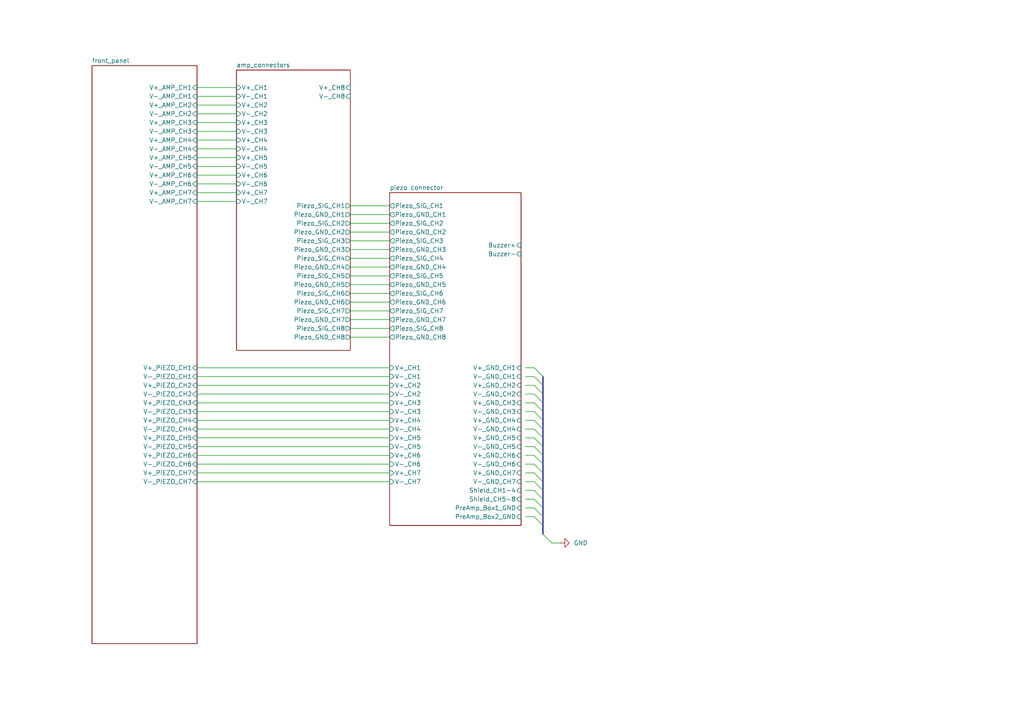
<source format=kicad_sch>
(kicad_sch
	(version 20231120)
	(generator "eeschema")
	(generator_version "8.0")
	(uuid "b2bf96dd-c53b-4c67-a44e-e13de2f06829")
	(paper "A4")
	(lib_symbols
		(symbol "power:GND"
			(power)
			(pin_numbers hide)
			(pin_names
				(offset 0) hide)
			(exclude_from_sim no)
			(in_bom yes)
			(on_board yes)
			(property "Reference" "#PWR"
				(at 0 -6.35 0)
				(effects
					(font
						(size 1.27 1.27)
					)
					(hide yes)
				)
			)
			(property "Value" "GND"
				(at 0 -3.81 0)
				(effects
					(font
						(size 1.27 1.27)
					)
				)
			)
			(property "Footprint" ""
				(at 0 0 0)
				(effects
					(font
						(size 1.27 1.27)
					)
					(hide yes)
				)
			)
			(property "Datasheet" ""
				(at 0 0 0)
				(effects
					(font
						(size 1.27 1.27)
					)
					(hide yes)
				)
			)
			(property "Description" "Power symbol creates a global label with name \"GND\" , ground"
				(at 0 0 0)
				(effects
					(font
						(size 1.27 1.27)
					)
					(hide yes)
				)
			)
			(property "ki_keywords" "global power"
				(at 0 0 0)
				(effects
					(font
						(size 1.27 1.27)
					)
					(hide yes)
				)
			)
			(symbol "GND_0_1"
				(polyline
					(pts
						(xy 0 0) (xy 0 -1.27) (xy 1.27 -1.27) (xy 0 -2.54) (xy -1.27 -1.27) (xy 0 -1.27)
					)
					(stroke
						(width 0)
						(type default)
					)
					(fill
						(type none)
					)
				)
			)
			(symbol "GND_1_1"
				(pin power_in line
					(at 0 0 270)
					(length 0)
					(name "~"
						(effects
							(font
								(size 1.27 1.27)
							)
						)
					)
					(number "1"
						(effects
							(font
								(size 1.27 1.27)
							)
						)
					)
				)
			)
		)
	)
	(bus_entry
		(at 154.94 147.32)
		(size 2.54 2.54)
		(stroke
			(width 0)
			(type default)
		)
		(uuid "1b4428b5-6a93-4ed7-ac2c-3b9b6d97a17b")
	)
	(bus_entry
		(at 157.48 154.94)
		(size 2.54 2.54)
		(stroke
			(width 0)
			(type default)
		)
		(uuid "1cf44231-cbc9-4d9e-a8e5-d62175d80b4d")
	)
	(bus_entry
		(at 154.94 106.68)
		(size 2.54 2.54)
		(stroke
			(width 0)
			(type default)
		)
		(uuid "26bcff4b-e889-4293-b241-33a2a51526c3")
	)
	(bus_entry
		(at 154.94 121.92)
		(size 2.54 2.54)
		(stroke
			(width 0)
			(type default)
		)
		(uuid "3e240b6f-da87-4952-9922-3c9db18a7534")
	)
	(bus_entry
		(at 154.94 137.16)
		(size 2.54 2.54)
		(stroke
			(width 0)
			(type default)
		)
		(uuid "5b34e1a6-6aca-41d1-a09e-67d20e90acbd")
	)
	(bus_entry
		(at 154.94 111.76)
		(size 2.54 2.54)
		(stroke
			(width 0)
			(type default)
		)
		(uuid "6e1b1ebc-2173-4c3e-a40f-49a0c310b04a")
	)
	(bus_entry
		(at 154.94 119.38)
		(size 2.54 2.54)
		(stroke
			(width 0)
			(type default)
		)
		(uuid "6f581c6f-f76d-4ae5-bd34-5b4513322deb")
	)
	(bus_entry
		(at 154.94 132.08)
		(size 2.54 2.54)
		(stroke
			(width 0)
			(type default)
		)
		(uuid "76409b37-3c04-463c-8ec6-1d998078394d")
	)
	(bus_entry
		(at 154.94 139.7)
		(size 2.54 2.54)
		(stroke
			(width 0)
			(type default)
		)
		(uuid "7b01e03a-a67b-4db6-bc1a-5278b354a7ef")
	)
	(bus_entry
		(at 154.94 144.78)
		(size 2.54 2.54)
		(stroke
			(width 0)
			(type default)
		)
		(uuid "878e4e2d-9c03-426f-ab50-de1fea3c8fe6")
	)
	(bus_entry
		(at 154.94 127)
		(size 2.54 2.54)
		(stroke
			(width 0)
			(type default)
		)
		(uuid "8f0b546e-8092-4682-b653-2af49ab83d23")
	)
	(bus_entry
		(at 154.94 109.22)
		(size 2.54 2.54)
		(stroke
			(width 0)
			(type default)
		)
		(uuid "9d3fc6e1-6c87-4183-8e55-cdd7e5a2b717")
	)
	(bus_entry
		(at 154.94 129.54)
		(size 2.54 2.54)
		(stroke
			(width 0)
			(type default)
		)
		(uuid "a4598360-83b4-45dd-884e-5a216d74c3de")
	)
	(bus_entry
		(at 154.94 124.46)
		(size 2.54 2.54)
		(stroke
			(width 0)
			(type default)
		)
		(uuid "b8b2c5eb-de2b-408e-abff-483adba5c640")
	)
	(bus_entry
		(at 154.94 114.3)
		(size 2.54 2.54)
		(stroke
			(width 0)
			(type default)
		)
		(uuid "b947e29c-77d7-4240-bb59-8c7a0697c874")
	)
	(bus_entry
		(at 154.94 149.86)
		(size 2.54 2.54)
		(stroke
			(width 0)
			(type default)
		)
		(uuid "bf1bd74e-4496-4d3e-bdb9-d1d373938e43")
	)
	(bus_entry
		(at 154.94 134.62)
		(size 2.54 2.54)
		(stroke
			(width 0)
			(type default)
		)
		(uuid "c652c15b-7c97-4609-aefc-0ec1456dc571")
	)
	(bus_entry
		(at 154.94 116.84)
		(size 2.54 2.54)
		(stroke
			(width 0)
			(type default)
		)
		(uuid "f4a46473-fa46-4625-98c3-37466841c2a5")
	)
	(bus_entry
		(at 154.94 142.24)
		(size 2.54 2.54)
		(stroke
			(width 0)
			(type default)
		)
		(uuid "f714b508-7aa6-4d88-a259-82846e2c4808")
	)
	(wire
		(pts
			(xy 101.6 67.31) (xy 113.03 67.31)
		)
		(stroke
			(width 0)
			(type default)
		)
		(uuid "005d42e2-7c23-4066-ae17-9d91b44c1f5e")
	)
	(bus
		(pts
			(xy 157.48 147.32) (xy 157.48 149.86)
		)
		(stroke
			(width 0)
			(type default)
		)
		(uuid "015a71ab-5576-406c-ab65-8175d79bd062")
	)
	(wire
		(pts
			(xy 57.15 109.22) (xy 113.03 109.22)
		)
		(stroke
			(width 0)
			(type default)
		)
		(uuid "0588ab94-fff4-4cd1-a5ad-dc2af882a29b")
	)
	(wire
		(pts
			(xy 57.15 139.7) (xy 113.03 139.7)
		)
		(stroke
			(width 0)
			(type default)
		)
		(uuid "0624ea87-d362-4a8b-af1a-5489a60e5f74")
	)
	(bus
		(pts
			(xy 157.48 149.86) (xy 157.48 152.4)
		)
		(stroke
			(width 0)
			(type default)
		)
		(uuid "12a2fd0d-f5ea-4787-a4c9-d516db1d65a5")
	)
	(bus
		(pts
			(xy 157.48 129.54) (xy 157.48 132.08)
		)
		(stroke
			(width 0)
			(type default)
		)
		(uuid "1ac4f9f0-70a2-4007-8891-6b3c8c71a2ef")
	)
	(wire
		(pts
			(xy 101.6 62.23) (xy 113.03 62.23)
		)
		(stroke
			(width 0)
			(type default)
		)
		(uuid "1f60beae-a11e-4291-ab94-f85fd764272c")
	)
	(wire
		(pts
			(xy 101.6 95.25) (xy 113.03 95.25)
		)
		(stroke
			(width 0)
			(type default)
		)
		(uuid "2441edab-2fc3-46de-a001-6b2ba1715bb1")
	)
	(wire
		(pts
			(xy 57.15 106.68) (xy 113.03 106.68)
		)
		(stroke
			(width 0)
			(type default)
		)
		(uuid "24703ce8-de47-4fa0-9e98-b2bd5820cbb4")
	)
	(wire
		(pts
			(xy 101.6 77.47) (xy 113.03 77.47)
		)
		(stroke
			(width 0)
			(type default)
		)
		(uuid "2da18915-069e-4c25-a82d-56334f20c92a")
	)
	(bus
		(pts
			(xy 157.48 114.3) (xy 157.48 116.84)
		)
		(stroke
			(width 0)
			(type default)
		)
		(uuid "2fa19bfe-87ca-45f0-bd45-cabde636d201")
	)
	(wire
		(pts
			(xy 57.15 124.46) (xy 113.03 124.46)
		)
		(stroke
			(width 0)
			(type default)
		)
		(uuid "3211fbe2-f2a6-4da1-9afd-450b20e57f2b")
	)
	(wire
		(pts
			(xy 152.4 144.78) (xy 154.94 144.78)
		)
		(stroke
			(width 0)
			(type default)
		)
		(uuid "34203e08-7a19-4113-be91-0787f5a7b8d0")
	)
	(bus
		(pts
			(xy 157.48 116.84) (xy 157.48 119.38)
		)
		(stroke
			(width 0)
			(type default)
		)
		(uuid "345d3c15-49ed-4839-906e-40333d730b4d")
	)
	(wire
		(pts
			(xy 57.15 114.3) (xy 113.03 114.3)
		)
		(stroke
			(width 0)
			(type default)
		)
		(uuid "36c9e8d1-644a-4cfb-a479-732040943506")
	)
	(wire
		(pts
			(xy 152.4 121.92) (xy 154.94 121.92)
		)
		(stroke
			(width 0)
			(type default)
		)
		(uuid "39560a61-6b7c-447e-a719-bb11daa73f95")
	)
	(bus
		(pts
			(xy 157.48 137.16) (xy 157.48 139.7)
		)
		(stroke
			(width 0)
			(type default)
		)
		(uuid "39e72a8b-d38c-45ab-9ab4-40b3b443a378")
	)
	(wire
		(pts
			(xy 57.15 27.94) (xy 68.58 27.94)
		)
		(stroke
			(width 0)
			(type default)
		)
		(uuid "3bc82334-8e0b-4957-958d-a109b3a2c00f")
	)
	(wire
		(pts
			(xy 57.15 58.42) (xy 68.58 58.42)
		)
		(stroke
			(width 0)
			(type default)
		)
		(uuid "3da48360-19a0-4e2d-a17c-1acf4c3c5244")
	)
	(wire
		(pts
			(xy 101.6 85.09) (xy 113.03 85.09)
		)
		(stroke
			(width 0)
			(type default)
		)
		(uuid "43e4f898-d671-4196-bca3-673c5c4005c1")
	)
	(bus
		(pts
			(xy 157.48 111.76) (xy 157.48 114.3)
		)
		(stroke
			(width 0)
			(type default)
		)
		(uuid "43e6d9ea-78b6-4c65-aa2b-8fae7852d598")
	)
	(wire
		(pts
			(xy 57.15 30.48) (xy 68.58 30.48)
		)
		(stroke
			(width 0)
			(type default)
		)
		(uuid "489b9c87-a3ac-40fa-a278-781d604547b3")
	)
	(wire
		(pts
			(xy 152.4 127) (xy 154.94 127)
		)
		(stroke
			(width 0)
			(type default)
		)
		(uuid "4a00a64e-432f-43aa-bd55-9d3c432189b0")
	)
	(wire
		(pts
			(xy 152.4 111.76) (xy 154.94 111.76)
		)
		(stroke
			(width 0)
			(type default)
		)
		(uuid "4b61db02-15c9-4fbb-87d1-b970d2d369b5")
	)
	(wire
		(pts
			(xy 57.15 121.92) (xy 113.03 121.92)
		)
		(stroke
			(width 0)
			(type default)
		)
		(uuid "4bbca4a5-3c3a-4be9-947c-8dca201e862b")
	)
	(wire
		(pts
			(xy 152.4 132.08) (xy 154.94 132.08)
		)
		(stroke
			(width 0)
			(type default)
		)
		(uuid "50141e7d-3c0a-4c3f-8218-6d45b599a033")
	)
	(bus
		(pts
			(xy 157.48 134.62) (xy 157.48 137.16)
		)
		(stroke
			(width 0)
			(type default)
		)
		(uuid "523d4623-d581-42df-b8a0-8dc067c7b89e")
	)
	(wire
		(pts
			(xy 101.6 82.55) (xy 113.03 82.55)
		)
		(stroke
			(width 0)
			(type default)
		)
		(uuid "5b404269-d659-4b65-9ed6-71765c65637a")
	)
	(wire
		(pts
			(xy 152.4 149.86) (xy 154.94 149.86)
		)
		(stroke
			(width 0)
			(type default)
		)
		(uuid "5c1fa62e-bda2-41a4-81ac-816689794ba8")
	)
	(bus
		(pts
			(xy 157.48 109.22) (xy 157.48 111.76)
		)
		(stroke
			(width 0)
			(type default)
		)
		(uuid "5cd996cf-2aee-42ff-9d54-a66634e9b105")
	)
	(wire
		(pts
			(xy 57.15 137.16) (xy 113.03 137.16)
		)
		(stroke
			(width 0)
			(type default)
		)
		(uuid "61bb9d37-33eb-4113-8362-a8f3fb8dbf0f")
	)
	(wire
		(pts
			(xy 101.6 74.93) (xy 113.03 74.93)
		)
		(stroke
			(width 0)
			(type default)
		)
		(uuid "62ca443d-084d-4528-9688-bbb0a25037ba")
	)
	(wire
		(pts
			(xy 57.15 127) (xy 113.03 127)
		)
		(stroke
			(width 0)
			(type default)
		)
		(uuid "658cad71-ef45-4461-bfa4-f2bd2d5d9743")
	)
	(wire
		(pts
			(xy 152.4 137.16) (xy 154.94 137.16)
		)
		(stroke
			(width 0)
			(type default)
		)
		(uuid "667f1609-3639-4070-8240-a8c4097d2572")
	)
	(wire
		(pts
			(xy 152.4 124.46) (xy 154.94 124.46)
		)
		(stroke
			(width 0)
			(type default)
		)
		(uuid "6bd60ded-75b5-4927-a242-e39d532e87b5")
	)
	(bus
		(pts
			(xy 157.48 152.4) (xy 157.48 154.94)
		)
		(stroke
			(width 0)
			(type default)
		)
		(uuid "6edd38c9-b4d2-4e7f-9344-f8cafd0df1e8")
	)
	(wire
		(pts
			(xy 57.15 116.84) (xy 113.03 116.84)
		)
		(stroke
			(width 0)
			(type default)
		)
		(uuid "721dd56c-f84d-4320-876b-effac88c4000")
	)
	(wire
		(pts
			(xy 57.15 33.02) (xy 68.58 33.02)
		)
		(stroke
			(width 0)
			(type default)
		)
		(uuid "72b21846-571d-4c70-a38a-f62e29fb6e1b")
	)
	(wire
		(pts
			(xy 152.4 116.84) (xy 154.94 116.84)
		)
		(stroke
			(width 0)
			(type default)
		)
		(uuid "732ec797-cae1-443c-b8a3-c5914bcbbfb2")
	)
	(wire
		(pts
			(xy 57.15 119.38) (xy 113.03 119.38)
		)
		(stroke
			(width 0)
			(type default)
		)
		(uuid "7c127a20-4cff-46c3-9195-dcb930e998cd")
	)
	(wire
		(pts
			(xy 152.4 109.22) (xy 154.94 109.22)
		)
		(stroke
			(width 0)
			(type default)
		)
		(uuid "7e5f6006-45b2-452b-bed9-38bbf9204b8f")
	)
	(wire
		(pts
			(xy 57.15 111.76) (xy 113.03 111.76)
		)
		(stroke
			(width 0)
			(type default)
		)
		(uuid "7ebbab37-1350-4d8e-b5fe-160b9e0e992b")
	)
	(wire
		(pts
			(xy 57.15 55.88) (xy 68.58 55.88)
		)
		(stroke
			(width 0)
			(type default)
		)
		(uuid "7f13a10f-89ba-4ff8-bd0f-b04f210d3afa")
	)
	(bus
		(pts
			(xy 157.48 144.78) (xy 157.48 147.32)
		)
		(stroke
			(width 0)
			(type default)
		)
		(uuid "8866c22a-acab-4bee-884a-587b30560b7b")
	)
	(wire
		(pts
			(xy 152.4 114.3) (xy 154.94 114.3)
		)
		(stroke
			(width 0)
			(type default)
		)
		(uuid "896b0f51-0409-4258-8555-b88ce60cfd90")
	)
	(bus
		(pts
			(xy 157.48 127) (xy 157.48 129.54)
		)
		(stroke
			(width 0)
			(type default)
		)
		(uuid "8de2f705-2739-491e-a9bf-84757b7a4987")
	)
	(wire
		(pts
			(xy 152.4 129.54) (xy 154.94 129.54)
		)
		(stroke
			(width 0)
			(type default)
		)
		(uuid "92bdc273-bff9-4ce9-8f05-874600cb5d44")
	)
	(bus
		(pts
			(xy 157.48 124.46) (xy 157.48 127)
		)
		(stroke
			(width 0)
			(type default)
		)
		(uuid "95335a21-2abd-4d24-b92e-6d331b9633bd")
	)
	(wire
		(pts
			(xy 57.15 53.34) (xy 68.58 53.34)
		)
		(stroke
			(width 0)
			(type default)
		)
		(uuid "97590951-5869-4496-a1d1-a7182b9f162b")
	)
	(wire
		(pts
			(xy 160.02 157.48) (xy 162.56 157.48)
		)
		(stroke
			(width 0)
			(type default)
		)
		(uuid "9c463dfe-8d23-42ee-b454-b0849933edb3")
	)
	(wire
		(pts
			(xy 152.4 139.7) (xy 154.94 139.7)
		)
		(stroke
			(width 0)
			(type default)
		)
		(uuid "9e578514-f0f2-4ccf-9666-e302f1fdce2e")
	)
	(wire
		(pts
			(xy 152.4 106.68) (xy 154.94 106.68)
		)
		(stroke
			(width 0)
			(type default)
		)
		(uuid "9ec86f7e-f9d9-4132-afaf-7ad991fb4c0f")
	)
	(wire
		(pts
			(xy 152.4 142.24) (xy 154.94 142.24)
		)
		(stroke
			(width 0)
			(type default)
		)
		(uuid "a0d0e935-95ca-4d74-a8ea-31bf17fbd520")
	)
	(wire
		(pts
			(xy 101.6 72.39) (xy 113.03 72.39)
		)
		(stroke
			(width 0)
			(type default)
		)
		(uuid "aa60ad43-a572-4a22-8d57-17198fc1e7ab")
	)
	(wire
		(pts
			(xy 101.6 87.63) (xy 113.03 87.63)
		)
		(stroke
			(width 0)
			(type default)
		)
		(uuid "ada5e774-3ea4-4d30-9704-5f22b8557110")
	)
	(wire
		(pts
			(xy 57.15 43.18) (xy 68.58 43.18)
		)
		(stroke
			(width 0)
			(type default)
		)
		(uuid "afbac959-b348-43a9-9e55-3cf8ad687a96")
	)
	(wire
		(pts
			(xy 57.15 35.56) (xy 68.58 35.56)
		)
		(stroke
			(width 0)
			(type default)
		)
		(uuid "b1e33660-89f0-4bdc-8ef6-4bca40e8b3dd")
	)
	(wire
		(pts
			(xy 57.15 134.62) (xy 113.03 134.62)
		)
		(stroke
			(width 0)
			(type default)
		)
		(uuid "b272a831-22f8-4d57-a2e0-7e9e1ae7dbbc")
	)
	(wire
		(pts
			(xy 57.15 45.72) (xy 68.58 45.72)
		)
		(stroke
			(width 0)
			(type default)
		)
		(uuid "b2d1620a-737b-402a-ab0f-3f588af2d9d0")
	)
	(bus
		(pts
			(xy 157.48 121.92) (xy 157.48 124.46)
		)
		(stroke
			(width 0)
			(type default)
		)
		(uuid "b6098144-1c67-437a-9f53-464a5e5a993a")
	)
	(wire
		(pts
			(xy 101.6 97.79) (xy 113.03 97.79)
		)
		(stroke
			(width 0)
			(type default)
		)
		(uuid "b6a1f6f6-1c14-4cc4-8907-0dcfce7e68da")
	)
	(bus
		(pts
			(xy 157.48 139.7) (xy 157.48 142.24)
		)
		(stroke
			(width 0)
			(type default)
		)
		(uuid "c00b97a0-2ad9-40fa-9f82-771dc88f6503")
	)
	(wire
		(pts
			(xy 101.6 90.17) (xy 113.03 90.17)
		)
		(stroke
			(width 0)
			(type default)
		)
		(uuid "c1296661-85c7-409a-a53e-5aa990e1d0e4")
	)
	(wire
		(pts
			(xy 57.15 50.8) (xy 68.58 50.8)
		)
		(stroke
			(width 0)
			(type default)
		)
		(uuid "c571513c-945a-4814-97a2-275935263daf")
	)
	(wire
		(pts
			(xy 57.15 25.4) (xy 68.58 25.4)
		)
		(stroke
			(width 0)
			(type default)
		)
		(uuid "c6d40b50-a433-45cb-938d-9611548394a0")
	)
	(wire
		(pts
			(xy 101.6 64.77) (xy 113.03 64.77)
		)
		(stroke
			(width 0)
			(type default)
		)
		(uuid "d02d033b-0ef4-4f9b-828c-71558c6db752")
	)
	(wire
		(pts
			(xy 152.4 147.32) (xy 154.94 147.32)
		)
		(stroke
			(width 0)
			(type default)
		)
		(uuid "d03fddb3-a8e5-4aed-9247-603520c7182b")
	)
	(wire
		(pts
			(xy 57.15 48.26) (xy 68.58 48.26)
		)
		(stroke
			(width 0)
			(type default)
		)
		(uuid "d3091012-c018-4248-9610-a010a76efcf3")
	)
	(wire
		(pts
			(xy 101.6 80.01) (xy 113.03 80.01)
		)
		(stroke
			(width 0)
			(type default)
		)
		(uuid "d69ba041-2916-4b67-9bdd-7d50ba0e4eff")
	)
	(wire
		(pts
			(xy 57.15 129.54) (xy 113.03 129.54)
		)
		(stroke
			(width 0)
			(type default)
		)
		(uuid "d7000e3d-d8d2-43c6-8031-cd2fb49f18ef")
	)
	(bus
		(pts
			(xy 157.48 132.08) (xy 157.48 134.62)
		)
		(stroke
			(width 0)
			(type default)
		)
		(uuid "d74ed1a8-b7a8-4ea9-85cd-1e5bf7bebe08")
	)
	(wire
		(pts
			(xy 152.4 119.38) (xy 154.94 119.38)
		)
		(stroke
			(width 0)
			(type default)
		)
		(uuid "d75b4687-eef9-4704-94ff-ae7d61ba33a7")
	)
	(wire
		(pts
			(xy 57.15 132.08) (xy 113.03 132.08)
		)
		(stroke
			(width 0)
			(type default)
		)
		(uuid "dfbd7783-f079-440c-a014-6f8a1606c72b")
	)
	(wire
		(pts
			(xy 57.15 40.64) (xy 68.58 40.64)
		)
		(stroke
			(width 0)
			(type default)
		)
		(uuid "e074764e-be51-479d-b558-9c05e95f2f4d")
	)
	(bus
		(pts
			(xy 157.48 119.38) (xy 157.48 121.92)
		)
		(stroke
			(width 0)
			(type default)
		)
		(uuid "e8282773-cd97-466d-91f3-c41e222812b1")
	)
	(wire
		(pts
			(xy 101.6 59.69) (xy 113.03 59.69)
		)
		(stroke
			(width 0)
			(type default)
		)
		(uuid "ea6b83f2-0d24-4a2b-829c-fc3dcd75b126")
	)
	(wire
		(pts
			(xy 101.6 69.85) (xy 113.03 69.85)
		)
		(stroke
			(width 0)
			(type default)
		)
		(uuid "f660f665-7369-4bd6-9e15-2a8cc6e27edf")
	)
	(wire
		(pts
			(xy 101.6 92.71) (xy 113.03 92.71)
		)
		(stroke
			(width 0)
			(type default)
		)
		(uuid "f6fda599-da51-4e17-9fa7-b32b1f3c91d2")
	)
	(bus
		(pts
			(xy 157.48 142.24) (xy 157.48 144.78)
		)
		(stroke
			(width 0)
			(type default)
		)
		(uuid "f886528d-3860-4370-9f0b-29536d764b8e")
	)
	(wire
		(pts
			(xy 152.4 134.62) (xy 154.94 134.62)
		)
		(stroke
			(width 0)
			(type default)
		)
		(uuid "fc586903-2773-41aa-bacb-7e0648c4df5e")
	)
	(wire
		(pts
			(xy 57.15 38.1) (xy 68.58 38.1)
		)
		(stroke
			(width 0)
			(type default)
		)
		(uuid "fd4c3845-ab6a-4fa4-a14c-8830aac3b627")
	)
	(symbol
		(lib_id "power:GND")
		(at 162.56 157.48 90)
		(unit 1)
		(exclude_from_sim no)
		(in_bom yes)
		(on_board yes)
		(dnp no)
		(fields_autoplaced yes)
		(uuid "89d4fd44-5fbc-48dd-acb7-66dac9f63a39")
		(property "Reference" "#PWR024"
			(at 168.91 157.48 0)
			(effects
				(font
					(size 1.27 1.27)
				)
				(hide yes)
			)
		)
		(property "Value" "GND"
			(at 166.37 157.4799 90)
			(effects
				(font
					(size 1.27 1.27)
				)
				(justify right)
			)
		)
		(property "Footprint" ""
			(at 162.56 157.48 0)
			(effects
				(font
					(size 1.27 1.27)
				)
				(hide yes)
			)
		)
		(property "Datasheet" ""
			(at 162.56 157.48 0)
			(effects
				(font
					(size 1.27 1.27)
				)
				(hide yes)
			)
		)
		(property "Description" "Power symbol creates a global label with name \"GND\" , ground"
			(at 162.56 157.48 0)
			(effects
				(font
					(size 1.27 1.27)
				)
				(hide yes)
			)
		)
		(pin "1"
			(uuid "ce98c567-dbd9-43ef-953e-1c5f6ad9c0da")
		)
		(instances
			(project ""
				(path "/b2bf96dd-c53b-4c67-a44e-e13de2f06829"
					(reference "#PWR024")
					(unit 1)
				)
			)
		)
	)
	(sheet
		(at 113.03 55.88)
		(size 38.1 96.52)
		(fields_autoplaced yes)
		(stroke
			(width 0.1524)
			(type solid)
		)
		(fill
			(color 0 0 0 0.0000)
		)
		(uuid "a4e31e0e-eb6c-4644-8068-b1f228eee0e3")
		(property "Sheetname" "piezo connector"
			(at 113.03 55.1684 0)
			(effects
				(font
					(size 1.27 1.27)
				)
				(justify left bottom)
			)
		)
		(property "Sheetfile" "piezo_connector.kicad_sch"
			(at 113.03 152.9846 0)
			(effects
				(font
					(size 1.27 1.27)
				)
				(justify left top)
				(hide yes)
			)
		)
		(pin "V-_GND_CH5" input
			(at 151.13 129.54 0)
			(effects
				(font
					(size 1.27 1.27)
				)
				(justify right)
			)
			(uuid "ec83ff48-38b5-4832-a52e-5df942fe2080")
		)
		(pin "Piezo_GND_CH5" output
			(at 113.03 82.55 180)
			(effects
				(font
					(size 1.27 1.27)
				)
				(justify left)
			)
			(uuid "f3ea274c-8e5b-462f-8fc2-5dd863ea224a")
		)
		(pin "V+_GND_CH5" input
			(at 151.13 127 0)
			(effects
				(font
					(size 1.27 1.27)
				)
				(justify right)
			)
			(uuid "e4c98deb-74e9-4df0-a851-b3ab619a4577")
		)
		(pin "Piezo_GND_CH6" output
			(at 113.03 87.63 180)
			(effects
				(font
					(size 1.27 1.27)
				)
				(justify left)
			)
			(uuid "a29348fa-7c91-428c-b434-7c5887c8fe91")
		)
		(pin "Piezo_SIG_CH6" output
			(at 113.03 85.09 180)
			(effects
				(font
					(size 1.27 1.27)
				)
				(justify left)
			)
			(uuid "5af176f7-7947-4e3b-ae7a-79d43500fa36")
		)
		(pin "V+_CH4" input
			(at 113.03 121.92 180)
			(effects
				(font
					(size 1.27 1.27)
				)
				(justify left)
			)
			(uuid "36297203-af55-45c0-b66f-758aa0f7f310")
		)
		(pin "Piezo_GND_CH4" output
			(at 113.03 77.47 180)
			(effects
				(font
					(size 1.27 1.27)
				)
				(justify left)
			)
			(uuid "0cb31b7c-1bc6-457d-b9d8-b503eeab371e")
		)
		(pin "Piezo_SIG_CH4" output
			(at 113.03 74.93 180)
			(effects
				(font
					(size 1.27 1.27)
				)
				(justify left)
			)
			(uuid "170febb0-7ee5-426d-b123-1aaa2f00e3fe")
		)
		(pin "V+_GND_CH4" input
			(at 151.13 121.92 0)
			(effects
				(font
					(size 1.27 1.27)
				)
				(justify right)
			)
			(uuid "21bb2ccb-2bf5-4192-9f56-9993e2d820fe")
		)
		(pin "V+_GND_CH3" input
			(at 151.13 116.84 0)
			(effects
				(font
					(size 1.27 1.27)
				)
				(justify right)
			)
			(uuid "f5035ac5-8b2e-4480-b5d8-f2c04b287027")
		)
		(pin "V-_GND_CH3" input
			(at 151.13 119.38 0)
			(effects
				(font
					(size 1.27 1.27)
				)
				(justify right)
			)
			(uuid "53bc7279-d017-45d6-8354-b8e5a99d967c")
		)
		(pin "V-_GND_CH4" input
			(at 151.13 124.46 0)
			(effects
				(font
					(size 1.27 1.27)
				)
				(justify right)
			)
			(uuid "c261aba6-47bc-41d0-9c35-75d13acf7d6a")
		)
		(pin "V+_CH5" input
			(at 113.03 127 180)
			(effects
				(font
					(size 1.27 1.27)
				)
				(justify left)
			)
			(uuid "cbc4a024-31f8-4886-a78f-3da6aa5460a5")
		)
		(pin "Piezo_SIG_CH5" output
			(at 113.03 80.01 180)
			(effects
				(font
					(size 1.27 1.27)
				)
				(justify left)
			)
			(uuid "ec238c87-2b08-49ef-957f-0dadaf3c569b")
		)
		(pin "V+_CH6" input
			(at 113.03 132.08 180)
			(effects
				(font
					(size 1.27 1.27)
				)
				(justify left)
			)
			(uuid "68fe7693-6127-4081-b5aa-fa1ed246f8c8")
		)
		(pin "V-_CH6" input
			(at 113.03 134.62 180)
			(effects
				(font
					(size 1.27 1.27)
				)
				(justify left)
			)
			(uuid "3a004a8b-4ba4-41e7-9f64-af905c696274")
		)
		(pin "V+_GND_CH6" input
			(at 151.13 132.08 0)
			(effects
				(font
					(size 1.27 1.27)
				)
				(justify right)
			)
			(uuid "c21409fb-91ae-4706-b3f6-4f0d9e56f02a")
		)
		(pin "V-_GND_CH6" input
			(at 151.13 134.62 0)
			(effects
				(font
					(size 1.27 1.27)
				)
				(justify right)
			)
			(uuid "891b0d0e-2bfd-42fd-be14-ec00c1333554")
		)
		(pin "V-_CH1" input
			(at 113.03 109.22 180)
			(effects
				(font
					(size 1.27 1.27)
				)
				(justify left)
			)
			(uuid "db31b81e-7bea-4845-94b5-9b53b56b9079")
		)
		(pin "Buzzer-" input
			(at 151.13 73.66 0)
			(effects
				(font
					(size 1.27 1.27)
				)
				(justify right)
			)
			(uuid "bedac103-9f48-4922-9412-adb732d1f99d")
		)
		(pin "Buzzer+" input
			(at 151.13 71.12 0)
			(effects
				(font
					(size 1.27 1.27)
				)
				(justify right)
			)
			(uuid "3f23ccc9-9913-402c-95e5-8f270e6eb6a4")
		)
		(pin "V-_GND_CH2" input
			(at 151.13 114.3 0)
			(effects
				(font
					(size 1.27 1.27)
				)
				(justify right)
			)
			(uuid "80cecb41-c065-421c-b5f0-5daee490b88c")
		)
		(pin "Piezo_SIG_CH3" output
			(at 113.03 69.85 180)
			(effects
				(font
					(size 1.27 1.27)
				)
				(justify left)
			)
			(uuid "379eb35d-c9ff-413d-8ac9-5eb6648bfd4e")
		)
		(pin "V-_CH2" input
			(at 113.03 114.3 180)
			(effects
				(font
					(size 1.27 1.27)
				)
				(justify left)
			)
			(uuid "5358b06b-2a1b-4142-9599-40d3f5dedee0")
		)
		(pin "Piezo_GND_CH3" output
			(at 113.03 72.39 180)
			(effects
				(font
					(size 1.27 1.27)
				)
				(justify left)
			)
			(uuid "2a06755f-e606-485d-b6dc-49fabdedc827")
		)
		(pin "Piezo_GND_CH7" output
			(at 113.03 92.71 180)
			(effects
				(font
					(size 1.27 1.27)
				)
				(justify left)
			)
			(uuid "2f2d7ca7-1555-401f-9be8-2f495fffc5cf")
		)
		(pin "V-_CH7" input
			(at 113.03 139.7 180)
			(effects
				(font
					(size 1.27 1.27)
				)
				(justify left)
			)
			(uuid "0b29b6bb-b347-4e43-a91a-ce11e4c928da")
		)
		(pin "V+_GND_CH7" input
			(at 151.13 137.16 0)
			(effects
				(font
					(size 1.27 1.27)
				)
				(justify right)
			)
			(uuid "7d005666-2396-47ff-b44a-1f46ca43ceb0")
		)
		(pin "V+_CH7" input
			(at 113.03 137.16 180)
			(effects
				(font
					(size 1.27 1.27)
				)
				(justify left)
			)
			(uuid "f1ed999b-1f4b-4935-95e0-e51d7a5c682f")
		)
		(pin "Piezo_SIG_CH7" output
			(at 113.03 90.17 180)
			(effects
				(font
					(size 1.27 1.27)
				)
				(justify left)
			)
			(uuid "2213829a-f85b-42ae-8ee5-9185c86c863e")
		)
		(pin "V+_GND_CH2" input
			(at 151.13 111.76 0)
			(effects
				(font
					(size 1.27 1.27)
				)
				(justify right)
			)
			(uuid "adaf746a-4710-4015-9afe-b3b2554fef93")
		)
		(pin "Piezo_SIG_CH2" output
			(at 113.03 64.77 180)
			(effects
				(font
					(size 1.27 1.27)
				)
				(justify left)
			)
			(uuid "e036149f-4aa2-41ad-99f1-1570b77a8fe6")
		)
		(pin "Piezo_GND_CH2" output
			(at 113.03 67.31 180)
			(effects
				(font
					(size 1.27 1.27)
				)
				(justify left)
			)
			(uuid "9de0dbf7-eaf5-41f9-9a69-462b5bbfd35e")
		)
		(pin "V+_CH2" input
			(at 113.03 111.76 180)
			(effects
				(font
					(size 1.27 1.27)
				)
				(justify left)
			)
			(uuid "ac857f2c-50ac-4e74-9709-e31f9b0f4502")
		)
		(pin "V-_GND_CH1" input
			(at 151.13 109.22 0)
			(effects
				(font
					(size 1.27 1.27)
				)
				(justify right)
			)
			(uuid "45c24ea1-caf8-4cc0-ae15-c565990b4772")
		)
		(pin "Piezo_SIG_CH1" output
			(at 113.03 59.69 180)
			(effects
				(font
					(size 1.27 1.27)
				)
				(justify left)
			)
			(uuid "16d7181c-cda6-4e0b-be40-8ddb387329b5")
		)
		(pin "V+_CH1" input
			(at 113.03 106.68 180)
			(effects
				(font
					(size 1.27 1.27)
				)
				(justify left)
			)
			(uuid "aad46cd0-5773-422b-927a-7e3a3c977660")
		)
		(pin "Piezo_GND_CH1" output
			(at 113.03 62.23 180)
			(effects
				(font
					(size 1.27 1.27)
				)
				(justify left)
			)
			(uuid "89298373-e766-4471-8319-ada9ee7a162f")
		)
		(pin "V+_GND_CH1" input
			(at 151.13 106.68 0)
			(effects
				(font
					(size 1.27 1.27)
				)
				(justify right)
			)
			(uuid "8ced031a-a6fb-42ef-a32c-be8919013579")
		)
		(pin "V-_GND_CH7" input
			(at 151.13 139.7 0)
			(effects
				(font
					(size 1.27 1.27)
				)
				(justify right)
			)
			(uuid "6fbf6e4f-63ec-4a00-bd18-b1f1b9e32281")
		)
		(pin "Piezo_GND_CH8" output
			(at 113.03 97.79 180)
			(effects
				(font
					(size 1.27 1.27)
				)
				(justify left)
			)
			(uuid "be1fe472-1d77-4fc8-a6c3-1cd3b6962679")
		)
		(pin "Piezo_SIG_CH8" output
			(at 113.03 95.25 180)
			(effects
				(font
					(size 1.27 1.27)
				)
				(justify left)
			)
			(uuid "666f523c-770a-44d7-8adc-420ef7181cff")
		)
		(pin "PreAmp_Box2_GND" input
			(at 151.13 149.86 0)
			(effects
				(font
					(size 1.27 1.27)
				)
				(justify right)
			)
			(uuid "f7370efe-922f-4c50-8b38-89c52d216099")
		)
		(pin "Shield_CH1-4" input
			(at 151.13 142.24 0)
			(effects
				(font
					(size 1.27 1.27)
				)
				(justify right)
			)
			(uuid "f2ccde74-542e-4141-b2ed-9b6447370da9")
		)
		(pin "PreAmp_Box1_GND" input
			(at 151.13 147.32 0)
			(effects
				(font
					(size 1.27 1.27)
				)
				(justify right)
			)
			(uuid "65f4b832-038f-410f-a47b-4824881c628d")
		)
		(pin "Shield_CH5-8" input
			(at 151.13 144.78 0)
			(effects
				(font
					(size 1.27 1.27)
				)
				(justify right)
			)
			(uuid "a1304f00-091d-47ec-b434-35b7afee21a0")
		)
		(pin "V-_CH3" input
			(at 113.03 119.38 180)
			(effects
				(font
					(size 1.27 1.27)
				)
				(justify left)
			)
			(uuid "9748ef06-ac4f-4e29-b250-d682f8ccf158")
		)
		(pin "V+_CH3" input
			(at 113.03 116.84 180)
			(effects
				(font
					(size 1.27 1.27)
				)
				(justify left)
			)
			(uuid "6adca22b-45a7-446c-8e99-fef80dd593fc")
		)
		(pin "V-_CH4" input
			(at 113.03 124.46 180)
			(effects
				(font
					(size 1.27 1.27)
				)
				(justify left)
			)
			(uuid "b5650980-4a82-4caa-8c0f-079241dd260b")
		)
		(pin "V-_CH5" input
			(at 113.03 129.54 180)
			(effects
				(font
					(size 1.27 1.27)
				)
				(justify left)
			)
			(uuid "91d86bad-157b-4748-a432-ceef86c42e59")
		)
		(instances
			(project "piezo_fuse_box"
				(path "/b2bf96dd-c53b-4c67-a44e-e13de2f06829"
					(page "4")
				)
			)
		)
	)
	(sheet
		(at 26.67 19.05)
		(size 30.48 167.64)
		(fields_autoplaced yes)
		(stroke
			(width 0.1524)
			(type solid)
		)
		(fill
			(color 0 0 0 0.0000)
		)
		(uuid "d33a5d62-7e59-4acb-84cb-50fcf18db144")
		(property "Sheetname" "front_panel"
			(at 26.67 18.3384 0)
			(effects
				(font
					(size 1.27 1.27)
				)
				(justify left bottom)
			)
		)
		(property "Sheetfile" "front_panel.kicad_sch"
			(at 26.67 187.2746 0)
			(effects
				(font
					(size 1.27 1.27)
				)
				(justify left top)
				(hide yes)
			)
		)
		(pin "V-_AMP_CH3" input
			(at 57.15 38.1 0)
			(effects
				(font
					(size 1.27 1.27)
				)
				(justify right)
			)
			(uuid "a0575d1f-0355-4967-9873-72eafe33d032")
		)
		(pin "V-_AMP_CH4" input
			(at 57.15 43.18 0)
			(effects
				(font
					(size 1.27 1.27)
				)
				(justify right)
			)
			(uuid "351e468c-244f-469e-b014-bcb73015f8a5")
		)
		(pin "V-_PIEZO_CH3" input
			(at 57.15 119.38 0)
			(effects
				(font
					(size 1.27 1.27)
				)
				(justify right)
			)
			(uuid "3b930b52-b7e4-433c-a27d-e6b2ec169278")
		)
		(pin "V-_PIEZO_CH4" input
			(at 57.15 124.46 0)
			(effects
				(font
					(size 1.27 1.27)
				)
				(justify right)
			)
			(uuid "8bdfb733-92f5-4bb8-94d8-c6b96cdb388e")
		)
		(pin "V-_PIEZO_CH1" input
			(at 57.15 109.22 0)
			(effects
				(font
					(size 1.27 1.27)
				)
				(justify right)
			)
			(uuid "8fd0d29c-6931-44e2-96b0-2a34fdc7f806")
		)
		(pin "V-_AMP_CH2" input
			(at 57.15 33.02 0)
			(effects
				(font
					(size 1.27 1.27)
				)
				(justify right)
			)
			(uuid "190e6619-92fb-4f3e-b9cd-6e8843ee3471")
		)
		(pin "V-_AMP_CH1" input
			(at 57.15 27.94 0)
			(effects
				(font
					(size 1.27 1.27)
				)
				(justify right)
			)
			(uuid "d33a87c5-5807-4931-a13b-aeb1a3a48348")
		)
		(pin "V-_PIEZO_CH2" input
			(at 57.15 114.3 0)
			(effects
				(font
					(size 1.27 1.27)
				)
				(justify right)
			)
			(uuid "600dd7c1-6526-4c79-8807-46cb9e12456e")
		)
		(pin "V+_PIEZO_CH7" input
			(at 57.15 137.16 0)
			(effects
				(font
					(size 1.27 1.27)
				)
				(justify right)
			)
			(uuid "a8b9a889-544f-43ce-aecb-c09004a87bfc")
		)
		(pin "V+_AMP_CH6" input
			(at 57.15 50.8 0)
			(effects
				(font
					(size 1.27 1.27)
				)
				(justify right)
			)
			(uuid "ca57479f-619a-4f94-ab8e-976e886424c7")
		)
		(pin "V+_AMP_CH7" input
			(at 57.15 55.88 0)
			(effects
				(font
					(size 1.27 1.27)
				)
				(justify right)
			)
			(uuid "a6725f96-93f8-40f8-8d73-adaed62c3dc6")
		)
		(pin "V+_PIEZO_CH6" input
			(at 57.15 132.08 0)
			(effects
				(font
					(size 1.27 1.27)
				)
				(justify right)
			)
			(uuid "c46dca35-41e9-4175-828a-23f2ced52bf6")
		)
		(pin "V+_PIEZO_CH5" input
			(at 57.15 127 0)
			(effects
				(font
					(size 1.27 1.27)
				)
				(justify right)
			)
			(uuid "2904ab93-4da1-40d9-a305-e002980c9d36")
		)
		(pin "V+_PIEZO_CH2" input
			(at 57.15 111.76 0)
			(effects
				(font
					(size 1.27 1.27)
				)
				(justify right)
			)
			(uuid "d7fc93d0-4d08-4256-b933-ea3c97e49345")
		)
		(pin "V+_PIEZO_CH1" input
			(at 57.15 106.68 0)
			(effects
				(font
					(size 1.27 1.27)
				)
				(justify right)
			)
			(uuid "99424c78-0c37-44e4-979a-76e98efba659")
		)
		(pin "V-_PIEZO_CH5" input
			(at 57.15 129.54 0)
			(effects
				(font
					(size 1.27 1.27)
				)
				(justify right)
			)
			(uuid "7ff3922e-e0b1-4956-b587-b807ffc41643")
		)
		(pin "V-_AMP_CH5" input
			(at 57.15 48.26 0)
			(effects
				(font
					(size 1.27 1.27)
				)
				(justify right)
			)
			(uuid "114c5b8f-f6a1-401b-bc51-fd35365b636c")
		)
		(pin "V-_AMP_CH6" input
			(at 57.15 53.34 0)
			(effects
				(font
					(size 1.27 1.27)
				)
				(justify right)
			)
			(uuid "2a519b62-54e4-41e4-8e8c-0cd95ba9ee0e")
		)
		(pin "V-_AMP_CH7" input
			(at 57.15 58.42 0)
			(effects
				(font
					(size 1.27 1.27)
				)
				(justify right)
			)
			(uuid "9fe5df2f-42f5-4305-a27e-acc1b27c1182")
		)
		(pin "V-_PIEZO_CH6" input
			(at 57.15 134.62 0)
			(effects
				(font
					(size 1.27 1.27)
				)
				(justify right)
			)
			(uuid "b05ffb9a-8d70-455a-ad3a-511fa7f299c5")
		)
		(pin "V-_PIEZO_CH7" input
			(at 57.15 139.7 0)
			(effects
				(font
					(size 1.27 1.27)
				)
				(justify right)
			)
			(uuid "09da3e04-2c19-47bb-bcc0-2eb43c72f711")
		)
		(pin "V+_AMP_CH4" input
			(at 57.15 40.64 0)
			(effects
				(font
					(size 1.27 1.27)
				)
				(justify right)
			)
			(uuid "23d6ad28-7453-4e0b-a783-96b3728fcdf8")
		)
		(pin "V+_AMP_CH5" input
			(at 57.15 45.72 0)
			(effects
				(font
					(size 1.27 1.27)
				)
				(justify right)
			)
			(uuid "bef09b2b-0558-4bae-b60f-807556bf2135")
		)
		(pin "V+_AMP_CH2" input
			(at 57.15 30.48 0)
			(effects
				(font
					(size 1.27 1.27)
				)
				(justify right)
			)
			(uuid "a4dff48b-bf4d-462f-9976-c9d8cfd12693")
		)
		(pin "V+_AMP_CH1" input
			(at 57.15 25.4 0)
			(effects
				(font
					(size 1.27 1.27)
				)
				(justify right)
			)
			(uuid "2b2fb4ad-2612-4447-a750-586bf187b079")
		)
		(pin "V+_AMP_CH3" input
			(at 57.15 35.56 0)
			(effects
				(font
					(size 1.27 1.27)
				)
				(justify right)
			)
			(uuid "34c15172-ad25-4c57-9d07-61b3bd2f0f8c")
		)
		(pin "V+_PIEZO_CH4" input
			(at 57.15 121.92 0)
			(effects
				(font
					(size 1.27 1.27)
				)
				(justify right)
			)
			(uuid "874065e3-bb42-4a86-8c4d-5e66eee5e697")
		)
		(pin "V+_PIEZO_CH3" input
			(at 57.15 116.84 0)
			(effects
				(font
					(size 1.27 1.27)
				)
				(justify right)
			)
			(uuid "277e0780-46b6-47aa-912d-88331b779808")
		)
		(instances
			(project "piezo_fuse_box"
				(path "/b2bf96dd-c53b-4c67-a44e-e13de2f06829"
					(page "2")
				)
			)
		)
	)
	(sheet
		(at 68.58 20.32)
		(size 33.02 81.28)
		(fields_autoplaced yes)
		(stroke
			(width 0.1524)
			(type solid)
		)
		(fill
			(color 0 0 0 0.0000)
		)
		(uuid "efdfcc7f-35f8-449f-a37f-2a599a2b6d34")
		(property "Sheetname" "amp_connectors"
			(at 68.58 19.6084 0)
			(effects
				(font
					(size 1.27 1.27)
				)
				(justify left bottom)
			)
		)
		(property "Sheetfile" "amp_connectors.kicad_sch"
			(at 68.58 102.1846 0)
			(effects
				(font
					(size 1.27 1.27)
				)
				(justify left top)
				(hide yes)
			)
		)
		(pin "V+_CH3" input
			(at 68.58 35.56 180)
			(effects
				(font
					(size 1.27 1.27)
				)
				(justify left)
			)
			(uuid "09d08413-94b4-4678-9d68-3b71c40b692d")
		)
		(pin "Piezo_GND_CH3" output
			(at 101.6 72.39 0)
			(effects
				(font
					(size 1.27 1.27)
				)
				(justify right)
			)
			(uuid "719d2be8-a736-4784-b66f-7ce11a0db7d8")
		)
		(pin "V-_CH3" input
			(at 68.58 38.1 180)
			(effects
				(font
					(size 1.27 1.27)
				)
				(justify left)
			)
			(uuid "b0350e4b-f334-42e3-a8e5-7c7cb57685c3")
		)
		(pin "V+_CH4" input
			(at 68.58 40.64 180)
			(effects
				(font
					(size 1.27 1.27)
				)
				(justify left)
			)
			(uuid "771b31a2-1f30-4c55-a1dd-bf7b3680e761")
		)
		(pin "V-_CH4" input
			(at 68.58 43.18 180)
			(effects
				(font
					(size 1.27 1.27)
				)
				(justify left)
			)
			(uuid "f03db89d-885d-427e-be1a-0b3195ed3413")
		)
		(pin "Piezo_GND_CH4" output
			(at 101.6 77.47 0)
			(effects
				(font
					(size 1.27 1.27)
				)
				(justify right)
			)
			(uuid "112e5b62-ff83-471c-bb90-bf8c9dfe704d")
		)
		(pin "V-_CH1" input
			(at 68.58 27.94 180)
			(effects
				(font
					(size 1.27 1.27)
				)
				(justify left)
			)
			(uuid "8f80f2b5-7684-4547-974e-509c5f089c5d")
		)
		(pin "V+_CH1" input
			(at 68.58 25.4 180)
			(effects
				(font
					(size 1.27 1.27)
				)
				(justify left)
			)
			(uuid "1b7ec5a5-c637-4a09-bb83-db5d9a4459c1")
		)
		(pin "Piezo_GND_CH1" output
			(at 101.6 62.23 0)
			(effects
				(font
					(size 1.27 1.27)
				)
				(justify right)
			)
			(uuid "3587cf51-5072-4501-a0e1-416d0afd9839")
		)
		(pin "V-_CH2" input
			(at 68.58 33.02 180)
			(effects
				(font
					(size 1.27 1.27)
				)
				(justify left)
			)
			(uuid "5de44823-c997-457e-836d-5d55028ef2a7")
		)
		(pin "V+_CH2" input
			(at 68.58 30.48 180)
			(effects
				(font
					(size 1.27 1.27)
				)
				(justify left)
			)
			(uuid "0267d78b-156c-45ad-8142-a47d90ed0823")
		)
		(pin "Piezo_GND_CH2" output
			(at 101.6 67.31 0)
			(effects
				(font
					(size 1.27 1.27)
				)
				(justify right)
			)
			(uuid "4438c201-265f-4ece-bc06-faab06ad7eec")
		)
		(pin "Piezo_GND_CH7" output
			(at 101.6 92.71 0)
			(effects
				(font
					(size 1.27 1.27)
				)
				(justify right)
			)
			(uuid "8880649a-b08d-474f-bb40-003d52fad038")
		)
		(pin "V-_CH7" input
			(at 68.58 58.42 180)
			(effects
				(font
					(size 1.27 1.27)
				)
				(justify left)
			)
			(uuid "1e568f52-001f-4387-b852-a74d12de4fd0")
		)
		(pin "V+_CH7" input
			(at 68.58 55.88 180)
			(effects
				(font
					(size 1.27 1.27)
				)
				(justify left)
			)
			(uuid "453501b0-06c6-4f3a-8f87-dee903d5c1a9")
		)
		(pin "V+_CH8" input
			(at 101.6 25.4 0)
			(effects
				(font
					(size 1.27 1.27)
				)
				(justify right)
			)
			(uuid "37c5519c-66dc-4d30-9aec-d410f43572f1")
		)
		(pin "V-_CH8" input
			(at 101.6 27.94 0)
			(effects
				(font
					(size 1.27 1.27)
				)
				(justify right)
			)
			(uuid "6d2077a8-c158-4060-ab95-e14d830f0881")
		)
		(pin "Piezo_GND_CH8" output
			(at 101.6 97.79 0)
			(effects
				(font
					(size 1.27 1.27)
				)
				(justify right)
			)
			(uuid "db9930d7-dd3c-46b7-b094-4d4fa627901e")
		)
		(pin "V+_CH6" input
			(at 68.58 50.8 180)
			(effects
				(font
					(size 1.27 1.27)
				)
				(justify left)
			)
			(uuid "2085b338-636f-45e2-8521-bc417fcce9c6")
		)
		(pin "V-_CH6" input
			(at 68.58 53.34 180)
			(effects
				(font
					(size 1.27 1.27)
				)
				(justify left)
			)
			(uuid "0be48d8f-f715-4357-bf49-2c397ce6881c")
		)
		(pin "Piezo_GND_CH6" output
			(at 101.6 87.63 0)
			(effects
				(font
					(size 1.27 1.27)
				)
				(justify right)
			)
			(uuid "356baa6b-558a-4620-a995-81eacf0a218d")
		)
		(pin "V-_CH5" input
			(at 68.58 48.26 180)
			(effects
				(font
					(size 1.27 1.27)
				)
				(justify left)
			)
			(uuid "48e0a266-6a1f-407f-a477-364ca28d94c7")
		)
		(pin "Piezo_GND_CH5" output
			(at 101.6 82.55 0)
			(effects
				(font
					(size 1.27 1.27)
				)
				(justify right)
			)
			(uuid "5fc9056f-5e87-408a-90d8-7ed6d9589d6b")
		)
		(pin "V+_CH5" input
			(at 68.58 45.72 180)
			(effects
				(font
					(size 1.27 1.27)
				)
				(justify left)
			)
			(uuid "f96dc96a-7785-4fcd-8351-12d70c369380")
		)
		(pin "Piezo_SIG_CH3" output
			(at 101.6 69.85 0)
			(effects
				(font
					(size 1.27 1.27)
				)
				(justify right)
			)
			(uuid "977ce805-1fa9-4551-922c-bc8faba24286")
		)
		(pin "Piezo_SIG_CH2" output
			(at 101.6 64.77 0)
			(effects
				(font
					(size 1.27 1.27)
				)
				(justify right)
			)
			(uuid "1304775d-acf0-4295-9ed9-e1ae72a021ca")
		)
		(pin "Piezo_SIG_CH4" output
			(at 101.6 74.93 0)
			(effects
				(font
					(size 1.27 1.27)
				)
				(justify right)
			)
			(uuid "c377b9f9-b3c2-4c11-b225-8e66e34e8df1")
		)
		(pin "Piezo_SIG_CH1" output
			(at 101.6 59.69 0)
			(effects
				(font
					(size 1.27 1.27)
				)
				(justify right)
			)
			(uuid "d0a1dc1f-c2d5-4040-b093-abf04ba27178")
		)
		(pin "Piezo_SIG_CH7" output
			(at 101.6 90.17 0)
			(effects
				(font
					(size 1.27 1.27)
				)
				(justify right)
			)
			(uuid "b0bbf5a7-2ab3-4d2e-8d74-9d6e4a0ab226")
		)
		(pin "Piezo_SIG_CH8" output
			(at 101.6 95.25 0)
			(effects
				(font
					(size 1.27 1.27)
				)
				(justify right)
			)
			(uuid "a73de058-4ef5-4f78-b342-767318896077")
		)
		(pin "Piezo_SIG_CH6" output
			(at 101.6 85.09 0)
			(effects
				(font
					(size 1.27 1.27)
				)
				(justify right)
			)
			(uuid "b437950a-0b4a-4dbd-bc0a-fbcd339c94e8")
		)
		(pin "Piezo_SIG_CH5" output
			(at 101.6 80.01 0)
			(effects
				(font
					(size 1.27 1.27)
				)
				(justify right)
			)
			(uuid "b90e6611-081b-4ec3-83a7-83aaee64a073")
		)
		(instances
			(project "piezo_fuse_box"
				(path "/b2bf96dd-c53b-4c67-a44e-e13de2f06829"
					(page "3")
				)
			)
		)
	)
	(sheet_instances
		(path "/"
			(page "1")
		)
	)
)

</source>
